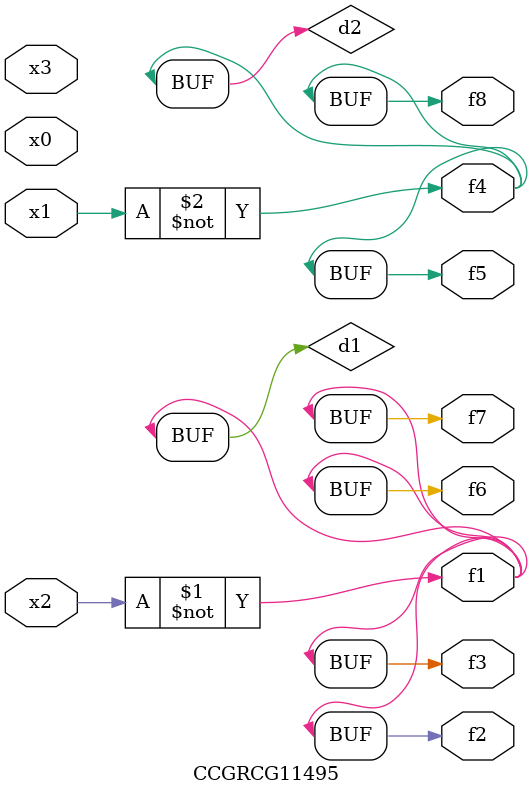
<source format=v>
module CCGRCG11495(
	input x0, x1, x2, x3,
	output f1, f2, f3, f4, f5, f6, f7, f8
);

	wire d1, d2;

	xnor (d1, x2);
	not (d2, x1);
	assign f1 = d1;
	assign f2 = d1;
	assign f3 = d1;
	assign f4 = d2;
	assign f5 = d2;
	assign f6 = d1;
	assign f7 = d1;
	assign f8 = d2;
endmodule

</source>
